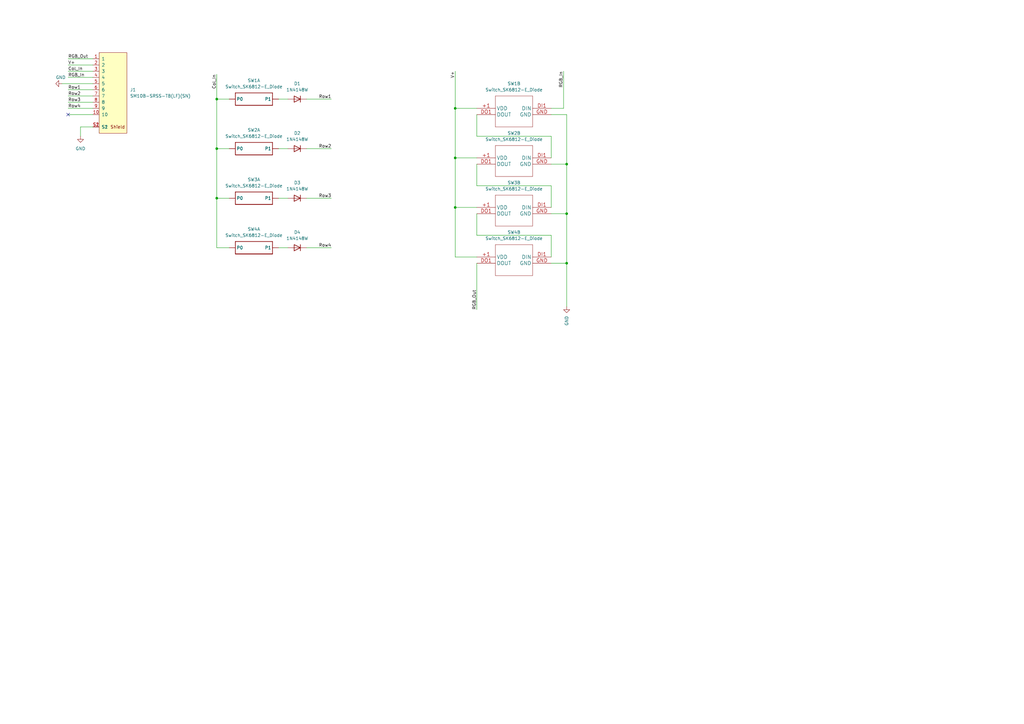
<source format=kicad_sch>
(kicad_sch (version 20230121) (generator eeschema)
  (paper "A3")
  (lib_symbols
    (symbol "Diode:1N4148W" (pin_numbers hide) (pin_names (offset 1.016) hide)
      (property "Reference" "D" (at 0 2.54 0))
      (property "Value" "1N4148W" (at 0 -2.54 0))
      (symbol "1N4148W_0_1"
        (polyline (pts (xy -1.27 1.27) (xy -1.27 -1.27)) (stroke (width 0.254)))
        (polyline (pts (xy 1.27 0) (xy -1.27 0)))
        (polyline (pts (xy 1.27 1.27) (xy 1.27 -1.27) (xy -1.27 0) (xy 1.27 1.27)) (stroke (width 0.254)))
      )
      (symbol "1N4148W_1_1"
        (pin passive line (at -3.81 0 0) (length 2.54) (name "K") (number "1"))
        (pin passive line (at 3.81 0 180) (length 2.54) (name "A") (number "2"))
      )
    )
    (symbol "GND_1" (power) (pin_names (offset 0))
      (property "Value" "GND_1" (at 0 -3.81 0))
      (symbol "GND_1_0_1"
        (polyline (pts (xy 0 0) (xy 0 -1.27) (xy 1.27 -1.27) (xy 0 -2.54) (xy -1.27 -1.27) (xy 0 -1.27)))
      )
      (symbol "GND_1_1_1"
        (pin power_in line (at 0 0 270) (length 0) hide (name "GND") (number "1"))
      )
    )
    (symbol "Seismos-sym:SM10B-SRSS-TB_(LF)(SN)" (pin_names (offset 1.016))
      (property "Reference" "CN" (at -9.4742 3.81 90))
      (property "Value" "SM10B-SRSS-TB_(LF)(SN)" (at 1.27 20.32 0))
      (symbol "SM10B-SRSS-TB_(LF)(SN)_1_1"
        (rectangle (start -3.81 17.78) (end 7.62 -15.24) (stroke (width 0.1524)) (fill (type background)))
        (text "Shield" (at 3.81 -12.7 0) (effects (font (size 1.27 1.27))))
        (pin input line (at -6.35 15.24 0) (length 2.54) (name "1") (number "1"))
        (pin input line (at -6.35 -7.62 0) (length 2.54) (name "10") (number "10"))
        (pin input line (at -6.35 12.7 0) (length 2.54) (name "2") (number "2"))
        (pin input line (at -6.35 10.16 0) (length 2.54) (name "3") (number "3"))
        (pin input line (at -6.35 7.62 0) (length 2.54) (name "4") (number "4"))
        (pin input line (at -6.35 5.08 0) (length 2.54) (name "5") (number "5"))
        (pin input line (at -6.35 2.54 0) (length 2.54) (name "6") (number "6"))
        (pin input line (at -6.35 0 0) (length 2.54) (name "7") (number "7"))
        (pin input line (at -6.35 -2.54 0) (length 2.54) (name "8") (number "8"))
        (pin input line (at -6.35 -5.08 0) (length 2.54) (name "9") (number "9"))
        (pin input line (at -6.35 -12.7 0) (length 2.54) (name "S1") (number "S1"))
        (pin input line (at -6.35 -12.7 0) (length 2.54) (name "S2") (number "S2"))
      )
    )
    (symbol "Seismos-sym:Switch_SK6812-E_Diode"
      (property "Reference" "SW" (at 0 0 0))
      (property "Value" "Switch_SK6812-E_Diode" (at 0 11.43 0))
      (symbol "Switch_SK6812-E_Diode_1_0"
        (polyline (pts (xy -7.62 -2.54) (xy -7.62 2.54)) (stroke (width 0.254)))
        (polyline (pts (xy -7.62 -2.54) (xy 7.62 -2.54)) (stroke (width 0.254)))
        (polyline (pts (xy 7.62 -2.54) (xy -7.46 -2.54)) (stroke (width 0.254)))
        (polyline (pts (xy 7.62 -2.54) (xy 7.62 2.54)) (stroke (width 0.254)))
        (polyline (pts (xy 7.62 2.54) (xy -7.62 2.54)) (stroke (width 0.254)))
        (pin bidirectional line (at 10.16 0 180) (length 2.54) (name "P1") (number "CHOC1"))
        (pin bidirectional line (at -10.16 0 0) (length 2.54) (name "P0") (number "CHOC2"))
        (pin bidirectional line (at 10.16 0 180) (length 2.54) (name "P1") (number "MX1"))
        (pin bidirectional line (at -10.16 0 0) (length 2.54) (name "P0") (number "MX2"))
      )
      (symbol "Switch_SK6812-E_Diode_2_1"
        (polyline (pts (xy -7.62 -6.35) (xy 7.62 -6.35)) (stroke (width 0.127)))
        (polyline (pts (xy -7.62 6.35) (xy -7.62 -6.35)) (stroke (width 0.127)))
        (polyline (pts (xy 7.62 -6.35) (xy 7.62 6.35)) (stroke (width 0.127)))
        (polyline (pts (xy 7.62 6.35) (xy -7.62 6.35)) (stroke (width 0.127)))
        (pin power_in line (at -15.24 1.27 0) (length 7.62) (name "VDD") (number "+1"))
        (pin input line (at 15.24 1.27 180) (length 7.62) (name "DIN") (number "DI1"))
        (pin output line (at -15.24 -1.27 0) (length 7.62) (name "DOUT") (number "DO1"))
        (pin power_in line (at 15.24 -1.27 180) (length 7.62) (name "GND") (number "GND"))
      )
    )
    (symbol "Switch_SK6812-E_Diode_1"
      (property "Reference" "SW" (at 0 0 0))
      (property "Value" "Switch_SK6812-E_Diode" (at 0 11.43 0))
      (symbol "Switch_SK6812-E_Diode_1_1_0"
        (polyline (pts (xy -7.62 -2.54) (xy -7.62 2.54)) (stroke (width 0.254)))
        (polyline (pts (xy -7.62 -2.54) (xy 7.62 -2.54)) (stroke (width 0.254)))
        (polyline (pts (xy 7.62 -2.54) (xy -7.46 -2.54)) (stroke (width 0.254)))
        (polyline (pts (xy 7.62 -2.54) (xy 7.62 2.54)) (stroke (width 0.254)))
        (polyline (pts (xy 7.62 2.54) (xy -7.62 2.54)) (stroke (width 0.254)))
        (pin bidirectional line (at 10.16 0 180) (length 2.54) (name "P1") (number "CHOC1"))
        (pin bidirectional line (at -10.16 0 0) (length 2.54) (name "P0") (number "CHOC2"))
        (pin bidirectional line (at 10.16 0 180) (length 2.54) (name "P1") (number "MX1"))
        (pin bidirectional line (at -10.16 0 0) (length 2.54) (name "P0") (number "MX2"))
      )
      (symbol "Switch_SK6812-E_Diode_1_2_1"
        (polyline (pts (xy -7.62 -6.35) (xy 7.62 -6.35)) (stroke (width 0.127)))
        (polyline (pts (xy -7.62 6.35) (xy -7.62 -6.35)) (stroke (width 0.127)))
        (polyline (pts (xy 7.62 -6.35) (xy 7.62 6.35)) (stroke (width 0.127)))
        (polyline (pts (xy 7.62 6.35) (xy -7.62 6.35)) (stroke (width 0.127)))
        (pin power_in line (at -15.24 1.27 0) (length 7.62) (name "VDD") (number "+1"))
        (pin input line (at 15.24 1.27 180) (length 7.62) (name "DIN") (number "DI1"))
        (pin output line (at -15.24 -1.27 0) (length 7.62) (name "DOUT") (number "DO1"))
        (pin power_in line (at 15.24 -1.27 180) (length 7.62) (name "GND") (number "GND"))
      )
    )
    (symbol "Switch_SK6812-E_Diode_2"
      (property "Reference" "SW" (at 0 0 0))
      (property "Value" "Switch_SK6812-E_Diode" (at 0 11.43 0))
      (symbol "Switch_SK6812-E_Diode_2_1_0"
        (polyline (pts (xy -7.62 -2.54) (xy -7.62 2.54)) (stroke (width 0.254)))
        (polyline (pts (xy -7.62 -2.54) (xy 7.62 -2.54)) (stroke (width 0.254)))
        (polyline (pts (xy 7.62 -2.54) (xy -7.46 -2.54)) (stroke (width 0.254)))
        (polyline (pts (xy 7.62 -2.54) (xy 7.62 2.54)) (stroke (width 0.254)))
        (polyline (pts (xy 7.62 2.54) (xy -7.62 2.54)) (stroke (width 0.254)))
        (pin bidirectional line (at 10.16 0 180) (length 2.54) (name "P1") (number "CHOC1"))
        (pin bidirectional line (at -10.16 0 0) (length 2.54) (name "P0") (number "CHOC2"))
        (pin bidirectional line (at 10.16 0 180) (length 2.54) (name "P1") (number "MX1"))
        (pin bidirectional line (at -10.16 0 0) (length 2.54) (name "P0") (number "MX2"))
      )
      (symbol "Switch_SK6812-E_Diode_2_2_1"
        (polyline (pts (xy -7.62 -6.35) (xy 7.62 -6.35)) (stroke (width 0.127)))
        (polyline (pts (xy -7.62 6.35) (xy -7.62 -6.35)) (stroke (width 0.127)))
        (polyline (pts (xy 7.62 -6.35) (xy 7.62 6.35)) (stroke (width 0.127)))
        (polyline (pts (xy 7.62 6.35) (xy -7.62 6.35)) (stroke (width 0.127)))
        (pin power_in line (at -15.24 1.27 0) (length 7.62) (name "VDD") (number "+1"))
        (pin input line (at 15.24 1.27 180) (length 7.62) (name "DIN") (number "DI1"))
        (pin output line (at -15.24 -1.27 0) (length 7.62) (name "DOUT") (number "DO1"))
        (pin power_in line (at 15.24 -1.27 180) (length 7.62) (name "GND") (number "GND"))
      )
    )
    (symbol "Switch_SK6812-E_Diode_3"
      (property "Reference" "SW" (at 0 0 0))
      (property "Value" "Switch_SK6812-E_Diode" (at 0 11.43 0))
      (symbol "Switch_SK6812-E_Diode_3_1_0"
        (polyline (pts (xy -7.62 -2.54) (xy -7.62 2.54)) (stroke (width 0.254)))
        (polyline (pts (xy -7.62 -2.54) (xy 7.62 -2.54)) (stroke (width 0.254)))
        (polyline (pts (xy 7.62 -2.54) (xy -7.46 -2.54)) (stroke (width 0.254)))
        (polyline (pts (xy 7.62 -2.54) (xy 7.62 2.54)) (stroke (width 0.254)))
        (polyline (pts (xy 7.62 2.54) (xy -7.62 2.54)) (stroke (width 0.254)))
        (pin bidirectional line (at 10.16 0 180) (length 2.54) (name "P1") (number "CHOC1"))
        (pin bidirectional line (at -10.16 0 0) (length 2.54) (name "P0") (number "CHOC2"))
        (pin bidirectional line (at 10.16 0 180) (length 2.54) (name "P1") (number "MX1"))
        (pin bidirectional line (at -10.16 0 0) (length 2.54) (name "P0") (number "MX2"))
      )
      (symbol "Switch_SK6812-E_Diode_3_2_1"
        (polyline (pts (xy -7.62 -6.35) (xy 7.62 -6.35)) (stroke (width 0.127)))
        (polyline (pts (xy -7.62 6.35) (xy -7.62 -6.35)) (stroke (width 0.127)))
        (polyline (pts (xy 7.62 -6.35) (xy 7.62 6.35)) (stroke (width 0.127)))
        (polyline (pts (xy 7.62 6.35) (xy -7.62 6.35)) (stroke (width 0.127)))
        (pin power_in line (at -15.24 1.27 0) (length 7.62) (name "VDD") (number "+1"))
        (pin input line (at 15.24 1.27 180) (length 7.62) (name "DIN") (number "DI1"))
        (pin output line (at -15.24 -1.27 0) (length 7.62) (name "DOUT") (number "DO1"))
        (pin power_in line (at 15.24 -1.27 180) (length 7.62) (name "GND") (number "GND"))
      )
    )
    (symbol "Switch_SK6812-E_Diode_4"
      (property "Reference" "SW" (at 0 0 0))
      (property "Value" "Switch_SK6812-E_Diode" (at 0 11.43 0))
      (symbol "Switch_SK6812-E_Diode_4_1_0"
        (polyline (pts (xy -7.62 -2.54) (xy -7.62 2.54)) (stroke (width 0.254)))
        (polyline (pts (xy -7.62 -2.54) (xy 7.62 -2.54)) (stroke (width 0.254)))
        (polyline (pts (xy 7.62 -2.54) (xy -7.46 -2.54)) (stroke (width 0.254)))
        (polyline (pts (xy 7.62 -2.54) (xy 7.62 2.54)) (stroke (width 0.254)))
        (polyline (pts (xy 7.62 2.54) (xy -7.62 2.54)) (stroke (width 0.254)))
        (pin bidirectional line (at 10.16 0 180) (length 2.54) (name "P1") (number "CHOC1"))
        (pin bidirectional line (at -10.16 0 0) (length 2.54) (name "P0") (number "CHOC2"))
        (pin bidirectional line (at 10.16 0 180) (length 2.54) (name "P1") (number "MX1"))
        (pin bidirectional line (at -10.16 0 0) (length 2.54) (name "P0") (number "MX2"))
      )
      (symbol "Switch_SK6812-E_Diode_4_2_1"
        (polyline (pts (xy -7.62 -6.35) (xy 7.62 -6.35)) (stroke (width 0.127)))
        (polyline (pts (xy -7.62 6.35) (xy -7.62 -6.35)) (stroke (width 0.127)))
        (polyline (pts (xy 7.62 -6.35) (xy 7.62 6.35)) (stroke (width 0.127)))
        (polyline (pts (xy 7.62 6.35) (xy -7.62 6.35)) (stroke (width 0.127)))
        (pin power_in line (at -15.24 1.27 0) (length 7.62) (name "VDD") (number "+1"))
        (pin input line (at 15.24 1.27 180) (length 7.62) (name "DIN") (number "DI1"))
        (pin output line (at -15.24 -1.27 0) (length 7.62) (name "DOUT") (number "DO1"))
        (pin power_in line (at 15.24 -1.27 180) (length 7.62) (name "GND") (number "GND"))
      )
    )
    (symbol "power:GND" (power) (pin_names (offset 0))
      (property "Value" "GND" (at 0 -3.81 0))
      (symbol "GND_0_1"
        (polyline (pts (xy 0 0) (xy 0 -1.27) (xy 1.27 -1.27) (xy 0 -2.54) (xy -1.27 -1.27) (xy 0 -1.27)))
      )
      (symbol "GND_1_1"
        (pin power_in line (at 0 0 270) (length 0) hide (name "GND") (number "1"))
      )
    )
  )
  (junction (at 186.69 64.77))
  (junction (at 232.41 87.63))
  (junction (at 186.69 44.45))
  (junction (at 88.9 81.28))
  (junction (at 232.41 107.95))
  (junction (at 186.69 85.09))
  (junction (at 88.9 60.96))
  (junction (at 232.41 67.31))
  (junction (at 88.9 40.64))
  (no_connect (at 27.94 46.99))
  (wire (pts (xy 226.06 107.95) (xy 232.41 107.95)))
  (wire (pts (xy 125.73 40.64) (xy 135.89 40.64)))
  (wire (pts (xy 33.02 52.07) (xy 33.02 55.88)))
  (wire (pts (xy 25.4 34.29) (xy 38.1 34.29)))
  (wire (pts (xy 27.94 41.91) (xy 38.1 41.91)))
  (wire (pts (xy 88.9 101.6) (xy 93.98 101.6)))
  (wire (pts (xy 232.41 87.63) (xy 232.41 107.95)))
  (wire (pts (xy 231.14 44.45) (xy 226.06 44.45)))
  (wire (pts (xy 231.14 29.21) (xy 231.14 44.45)))
  (wire (pts (xy 195.58 76.2) (xy 226.06 76.2)))
  (wire (pts (xy 195.58 67.31) (xy 195.58 76.2)))
  (wire (pts (xy 114.3 60.96) (xy 118.11 60.96)))
  (wire (pts (xy 125.73 81.28) (xy 135.89 81.28)))
  (wire (pts (xy 88.9 60.96) (xy 88.9 81.28)))
  (wire (pts (xy 114.3 81.28) (xy 118.11 81.28)))
  (wire (pts (xy 27.94 36.83) (xy 38.1 36.83)))
  (wire (pts (xy 195.58 55.88) (xy 226.06 55.88)))
  (wire (pts (xy 186.69 64.77) (xy 186.69 85.09)))
  (wire (pts (xy 27.94 31.75) (xy 38.1 31.75)))
  (wire (pts (xy 88.9 40.64) (xy 93.98 40.64)))
  (wire (pts (xy 88.9 81.28) (xy 88.9 101.6)))
  (wire (pts (xy 88.9 60.96) (xy 93.98 60.96)))
  (wire (pts (xy 186.69 44.45) (xy 195.58 44.45)))
  (wire (pts (xy 27.94 44.45) (xy 38.1 44.45)))
  (wire (pts (xy 125.73 60.96) (xy 135.89 60.96)))
  (wire (pts (xy 125.73 101.6) (xy 135.89 101.6)))
  (wire (pts (xy 195.58 96.52) (xy 226.06 96.52)))
  (wire (pts (xy 226.06 76.2) (xy 226.06 85.09)))
  (wire (pts (xy 88.9 40.64) (xy 88.9 60.96)))
  (wire (pts (xy 186.69 85.09) (xy 195.58 85.09)))
  (wire (pts (xy 27.94 46.99) (xy 38.1 46.99)))
  (wire (pts (xy 27.94 39.37) (xy 38.1 39.37)))
  (wire (pts (xy 27.94 26.67) (xy 38.1 26.67)))
  (wire (pts (xy 226.06 55.88) (xy 226.06 64.77)))
  (wire (pts (xy 186.69 29.21) (xy 186.69 44.45)))
  (wire (pts (xy 114.3 40.64) (xy 118.11 40.64)))
  (wire (pts (xy 232.41 107.95) (xy 232.41 125.73)))
  (wire (pts (xy 195.58 46.99) (xy 195.58 55.88)))
  (wire (pts (xy 232.41 46.99) (xy 232.41 67.31)))
  (wire (pts (xy 27.94 29.21) (xy 38.1 29.21)))
  (wire (pts (xy 226.06 96.52) (xy 226.06 105.41)))
  (wire (pts (xy 186.69 44.45) (xy 186.69 64.77)))
  (wire (pts (xy 88.9 81.28) (xy 93.98 81.28)))
  (wire (pts (xy 226.06 67.31) (xy 232.41 67.31)))
  (wire (pts (xy 186.69 64.77) (xy 195.58 64.77)))
  (wire (pts (xy 33.02 52.07) (xy 38.1 52.07)))
  (wire (pts (xy 186.69 85.09) (xy 186.69 105.41)))
  (wire (pts (xy 27.94 24.13) (xy 38.1 24.13)))
  (wire (pts (xy 114.3 101.6) (xy 118.11 101.6)))
  (wire (pts (xy 88.9 30.48) (xy 88.9 40.64)))
  (wire (pts (xy 226.06 46.99) (xy 232.41 46.99)))
  (wire (pts (xy 195.58 87.63) (xy 195.58 96.52)))
  (wire (pts (xy 195.58 107.95) (xy 195.58 127)))
  (wire (pts (xy 232.41 67.31) (xy 232.41 87.63)))
  (wire (pts (xy 226.06 87.63) (xy 232.41 87.63)))
  (wire (pts (xy 186.69 105.41) (xy 195.58 105.41)))
  (label "Row4" (at 27.94 44.45 0))
  (label "Row1" (at 135.89 40.64 180))
  (label "RGB_Out" (at 27.94 24.13 0))
  (label "V+" (at 186.69 29.21 270))
  (label "Row3" (at 135.89 81.28 180))
  (label "Row2" (at 27.94 39.37 0))
  (label "RGB_In" (at 27.94 31.75 0))
  (label "Row1" (at 27.94 36.83 0))
  (label "RGB_Out" (at 195.58 127 90))
  (label "RGB_In" (at 231.14 29.21 270))
  (label "Row2" (at 135.89 60.96 180))
  (label "V+" (at 27.94 26.67 0))
  (label "Row4" (at 135.89 101.6 180))
  (label "Col_In" (at 27.94 29.21 0))
  (label "Col_In" (at 88.9 30.48 270))
  (label "Row3" (at 27.94 41.91 0))
  (symbol (lib_id "Diode:1N4148W") (at 121.92 60.96 180) (unit 1)
    (property "Reference" "D2" (at 121.92 54.61 0))
    (property "Value" "1N4148W" (at 121.92 57.15 0))
    (property "Footprint" "Diode_SMD:D_SOD-123" (effects hide))
    (property "Datasheet" "https://www.vishay.com/docs/85748/1n4148w.pdf" (effects hide))
  )
  (symbol (lib_id "Diode:1N4148W") (at 121.92 81.28 180) (unit 1)
    (property "Reference" "D3" (at 121.92 74.93 0))
    (property "Value" "1N4148W" (at 121.92 77.47 0))
    (property "Footprint" "Diode_SMD:D_SOD-123" (effects hide))
    (property "Datasheet" "https://www.vishay.com/docs/85748/1n4148w.pdf" (effects hide))
  )
  (symbol (lib_name "Switch_SK6812-E_Diode_1") (lib_id "Seismos-sym:Switch_SK6812-E_Diode") (at 210.82 45.72 0) (unit 2)
    (property "Reference" "SW1" (at 210.82 34.29 0))
    (property "Value" "Switch_SK6812-E_Diode" (at 210.82 36.83 0))
    (property "Footprint" "KeysOnRails-lib:Switch_SK6812-E_Diode" (effects hide))
  )
  (symbol (lib_id "Seismos-sym:Switch_SK6812-E_Diode") (at 104.14 60.96 0) (unit 1)
    (property "Reference" "SW2" (at 104.14 53.34 0))
    (property "Value" "Switch_SK6812-E_Diode" (at 104.14 55.88 0))
    (property "Footprint" "Seismos-lib:Switch_SK6812-E_Diode" (effects hide))
  )
  (symbol (lib_name "Switch_SK6812-E_Diode_2") (lib_id "Seismos-sym:Switch_SK6812-E_Diode") (at 210.82 106.68 0) (unit 2)
    (property "Reference" "SW4" (at 210.82 95.25 0))
    (property "Value" "Switch_SK6812-E_Diode" (at 210.82 97.79 0))
    (property "Footprint" "KeysOnRails-lib:Switch_SK6812-E_Diode" (effects hide))
  )
  (symbol (lib_id "Seismos-sym:SM10B-SRSS-TB_(LF)(SN)") (at 44.45 39.37 0) (unit 1)
    (property "Reference" "J1" (at 53.34 36.83 0) (effects (justify left)))
    (property "Value" "SM10B-SRSS-TB(LF)(SN)" (at 53.34 39.37 0) (effects (justify left)))
    (property "Footprint" "Seismos-libs:CONN-SMD_10P-P1.00_SM10B-SRSS-TB-LF-SN" (effects hide))
    (property "Datasheet" "http://www.szlcsc.com/product/details_171789.html" (effects hide))
    (property "PARTREV" "1.0" (effects hide))
    (property "MANUFACTURER" "Manufacturer_name" (effects hide))
    (property "STANDARD" "Manufacturer Recommendations" (effects hide))
    (property "SuppliersPartNumber" "C160409" (effects hide))
    (property "uuid" "std:5e45a64e8ce7478d8accd2bac4409ba5" (effects hide))
  )
  (symbol (lib_id "Diode:1N4148W") (at 121.92 40.64 180) (unit 1)
    (property "Reference" "D1" (at 121.92 34.29 0))
    (property "Value" "1N4148W" (at 121.92 36.83 0))
    (property "Footprint" "Diode_SMD:D_SOD-123" (effects hide))
    (property "Datasheet" "https://www.vishay.com/docs/85748/1n4148w.pdf" (effects hide))
  )
  (symbol (lib_name "Switch_SK6812-E_Diode_3") (lib_id "Seismos-sym:Switch_SK6812-E_Diode") (at 210.82 66.04 0) (unit 2)
    (property "Reference" "SW2" (at 210.82 54.61 0))
    (property "Value" "Switch_SK6812-E_Diode" (at 210.82 57.15 0))
    (property "Footprint" "KeysOnRails-lib:Switch_SK6812-E_Diode" (effects hide))
  )
  (symbol (lib_name "GND_1") (lib_id "power:GND") (at 25.4 34.29 270) (unit 1)
    (property "Reference" "#PWR01" (effects hide))
    (property "Value" "GND" (at 22.86 31.75 90) (effects (justify left)))
  )
  (symbol (lib_name "Switch_SK6812-E_Diode_4") (lib_id "Seismos-sym:Switch_SK6812-E_Diode") (at 210.82 86.36 0) (unit 2)
    (property "Reference" "SW3" (at 210.82 74.93 0))
    (property "Value" "Switch_SK6812-E_Diode" (at 210.82 77.47 0))
    (property "Footprint" "KeysOnRails-lib:Switch_SK6812-E_Diode" (effects hide))
  )
  (symbol (lib_id "Diode:1N4148W") (at 121.92 101.6 180) (unit 1)
    (property "Reference" "D4" (at 121.92 95.25 0))
    (property "Value" "1N4148W" (at 121.92 97.79 0))
    (property "Footprint" "Diode_SMD:D_SOD-123" (effects hide))
    (property "Datasheet" "https://www.vishay.com/docs/85748/1n4148w.pdf" (effects hide))
  )
  (symbol (lib_id "Seismos-sym:Switch_SK6812-E_Diode") (at 104.14 40.64 0) (unit 1)
    (property "Reference" "SW1" (at 104.14 33.02 0))
    (property "Value" "Switch_SK6812-E_Diode" (at 104.14 35.56 0))
    (property "Footprint" "Seismos-lib:Switch_SK6812-E_Diode" (effects hide))
  )
  (symbol (lib_id "power:GND") (at 33.02 55.88 0) (unit 1)
    (property "Reference" "#PWR0101" (effects hide))
    (property "Value" "GND" (at 33.02 60.96 0))
  )
  (symbol (lib_id "Seismos-sym:Switch_SK6812-E_Diode") (at 104.14 81.28 0) (unit 1)
    (property "Reference" "SW3" (at 104.14 73.66 0))
    (property "Value" "Switch_SK6812-E_Diode" (at 104.14 76.2 0))
    (property "Footprint" "Seismos-lib:Switch_SK6812-E_Diode" (effects hide))
  )
  (symbol (lib_id "Seismos-sym:Switch_SK6812-E_Diode") (at 104.14 101.6 0) (unit 1)
    (property "Reference" "SW4" (at 104.14 93.98 0))
    (property "Value" "Switch_SK6812-E_Diode" (at 104.14 96.52 0))
    (property "Footprint" "Seismos-lib:Switch_SK6812-E_Diode" (effects hide))
  )
  (symbol (lib_id "power:GND") (at 232.41 125.73 0) (mirror y) (unit 1)
    (property "Reference" "#PWR0104" (effects hide))
    (property "Value" "GND" (at 232.4099 129.54 90) (effects (justify right)))
  )
)
</source>
